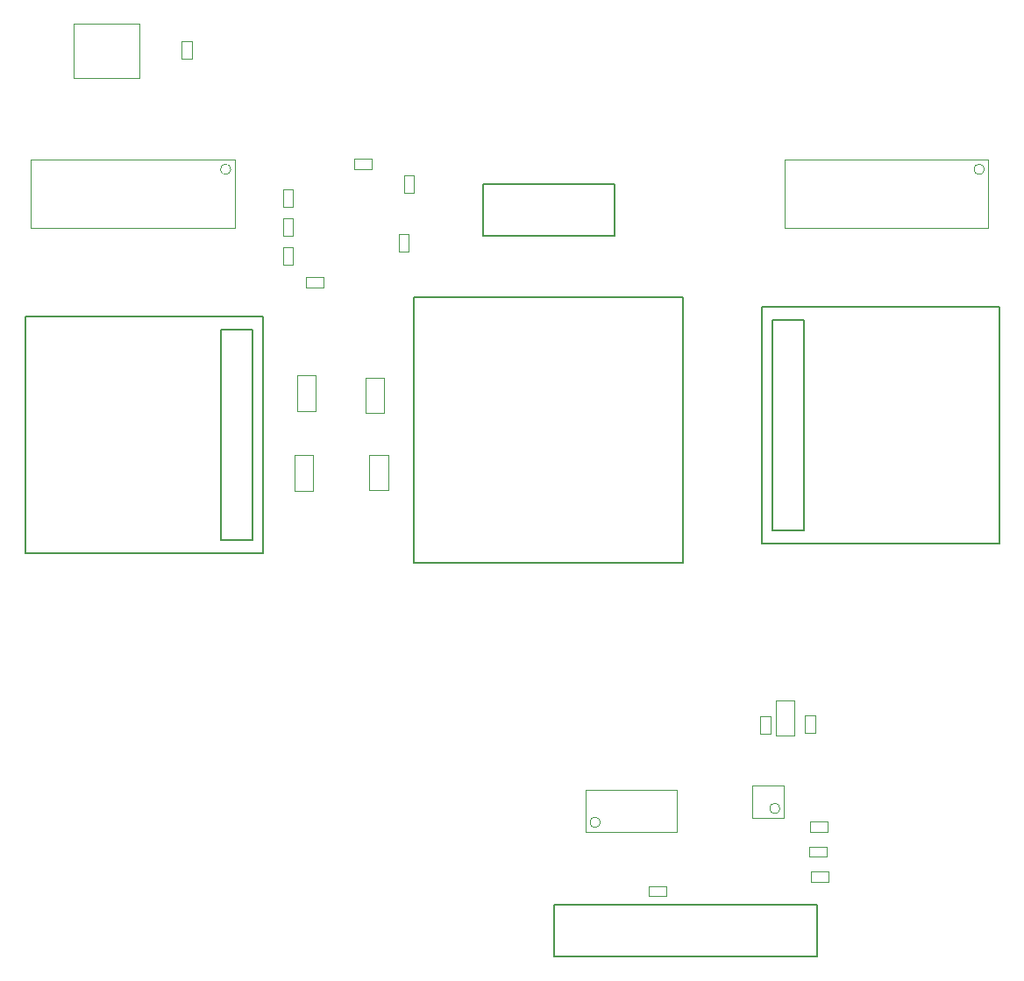
<source format=gbr>
%TF.GenerationSoftware,Altium Limited,Altium Designer,24.1.2 (44)*%
G04 Layer_Color=16711935*
%FSLAX45Y45*%
%MOMM*%
%TF.SameCoordinates,E01E6690-4C2E-4FB1-AE08-5A5A66155338*%
%TF.FilePolarity,Positive*%
%TF.FileFunction,Other,Mechanical_2*%
%TF.Part,Single*%
G01*
G75*
%TA.AperFunction,NonConductor*%
%ADD50C,0.10000*%
%ADD52C,0.20000*%
D50*
X12192700Y4634000D02*
G03*
X12192700Y4634000I-50000J0D01*
G01*
X10456900Y4500100D02*
G03*
X10456900Y4500100I-50000J0D01*
G01*
X14165700Y10806400D02*
G03*
X14165700Y10806400I-50000J0D01*
G01*
X6888600D02*
G03*
X6888600Y10806400I-50000J0D01*
G01*
X7611201Y9668002D02*
Y9762998D01*
X7781199Y9668002D02*
Y9762998D01*
X7611201D02*
X7781199D01*
X7611201Y9668002D02*
X7781199D01*
X7394702Y9884501D02*
X7489698D01*
X7394702Y10054499D02*
X7489698D01*
X7394702Y9884501D02*
Y10054499D01*
X7489698Y9884501D02*
Y10054499D01*
X7394702Y10162703D02*
X7489698D01*
X7394702Y10332700D02*
X7489698D01*
X7394702Y10162703D02*
Y10332700D01*
X7489698Y10162703D02*
Y10332700D01*
X7394702Y10613299D02*
X7489698D01*
X7394702Y10443301D02*
X7489698D01*
Y10613299D01*
X7394702Y10443301D02*
Y10613299D01*
X8563102Y10751800D02*
X8658098D01*
X8563102Y10581803D02*
X8658098D01*
Y10751800D01*
X8563102Y10581803D02*
Y10751800D01*
X8512302Y10011501D02*
X8607298D01*
X8512302Y10181499D02*
X8607298D01*
X8512302Y10011501D02*
Y10181499D01*
X8607298Y10011501D02*
Y10181499D01*
X11095899Y3787902D02*
Y3882898D01*
X10925901Y3787902D02*
Y3882898D01*
Y3787902D02*
X11095899D01*
X10925901Y3882898D02*
X11095899D01*
X12489200Y3927602D02*
Y4022598D01*
X12659203Y3927602D02*
Y4022598D01*
X12489200D02*
X12659203D01*
X12489200Y3927602D02*
X12659203D01*
X12436602Y5364500D02*
X12531598D01*
X12436602Y5534503D02*
X12531598D01*
X12436602Y5364500D02*
Y5534503D01*
X12531598Y5364500D02*
Y5534503D01*
X12004802Y5350601D02*
X12099798D01*
X12004802Y5520599D02*
X12099798D01*
X12004802Y5350601D02*
Y5520599D01*
X12099798Y5350601D02*
Y5520599D01*
X12232701Y4543999D02*
Y4854001D01*
X11922699Y4543999D02*
Y4854001D01*
Y4543999D02*
X12232701D01*
X11922699Y4854001D02*
X12232701D01*
X12656800Y4410202D02*
Y4505198D01*
X12486803Y4410202D02*
Y4505198D01*
Y4410202D02*
X12656800D01*
X12486803Y4505198D02*
X12656800D01*
X12645299Y4168902D02*
Y4263898D01*
X12475301Y4168902D02*
Y4263898D01*
Y4168902D02*
X12645299D01*
X12475301Y4263898D02*
X12645299D01*
X7684602Y7703998D02*
Y8044002D01*
X7504598Y7703998D02*
Y8044002D01*
X7684602D01*
X7504598Y7703998D02*
X7684602D01*
X8228503Y7708702D02*
Y8048701D01*
X8408502Y7708702D02*
Y8048701D01*
X8228503Y7708702D02*
X8408502D01*
X8228503Y8048701D02*
X8408502D01*
X11196899Y4410100D02*
Y4810100D01*
X10316901Y4410100D02*
Y4810100D01*
X11196899D01*
X10316901Y4410100D02*
X11196899D01*
X5374599Y12215698D02*
X6004601D01*
Y11685702D02*
Y12215698D01*
X5374599Y11685702D02*
Y12215698D01*
Y11685702D02*
X6004601D01*
X6416802Y11877203D02*
X6511798D01*
X6416802Y12047200D02*
X6511798D01*
X6416802Y11877203D02*
Y12047200D01*
X6511798Y11877203D02*
Y12047200D01*
X8252303Y10811002D02*
Y10905998D01*
X8082300Y10811002D02*
Y10905998D01*
Y10811002D02*
X8252303D01*
X8082300Y10905998D02*
X8252303D01*
X12152803Y5337099D02*
Y5677098D01*
X12332802Y5337099D02*
Y5677098D01*
X12152803Y5337099D02*
X12332802D01*
X12152803Y5677098D02*
X12332802D01*
X12235698Y10236398D02*
Y10896402D01*
X14205702Y10236398D02*
Y10896402D01*
X12235698Y10236398D02*
X14205702D01*
X12235698Y10896402D02*
X14205702D01*
X4958598Y10236398D02*
Y10896402D01*
X6928602Y10236398D02*
Y10896402D01*
X4958598Y10236398D02*
X6928602D01*
X4958598Y10896402D02*
X6928602D01*
X7710002Y8473999D02*
Y8813998D01*
X7529998Y8473999D02*
Y8813998D01*
X7710002D01*
X7529998Y8473999D02*
X7710002D01*
X8190403Y8453298D02*
Y8793302D01*
X8370402Y8453298D02*
Y8793302D01*
X8190403Y8453298D02*
X8370402D01*
X8190403Y8793302D02*
X8370402D01*
D52*
X8656000Y7003298D02*
X11259500D01*
X8656000D02*
Y9568698D01*
X11259500Y7003298D02*
Y9568698D01*
X8656000D02*
X11259500D01*
X10007600Y3202899D02*
X12547600D01*
X10007600Y3705901D02*
X12547600D01*
X10007600Y3202899D02*
Y3705901D01*
X12547600Y3202899D02*
Y3705901D01*
X4905797Y7097232D02*
Y9385300D01*
X7200900Y7097232D02*
Y9385300D01*
X4905797D02*
X7200900D01*
X4905797Y7097232D02*
X7200900D01*
X6794886Y7226300D02*
Y9258300D01*
X7098883D01*
X6794886Y7226300D02*
X7098883D01*
Y9258300D01*
X9321800Y10162499D02*
Y10665501D01*
X10591800D01*
X9321800Y10162499D02*
X10591800D01*
Y10665501D01*
X14309303Y7188200D02*
Y9476268D01*
X12014200Y7188200D02*
Y9476268D01*
Y7188200D02*
X14309303D01*
X12014200Y9476268D02*
X14309303D01*
X12420214Y7315200D02*
Y9347200D01*
X12116217Y7315200D02*
X12420214D01*
X12116217Y9347200D02*
X12420214D01*
X12116217Y7315200D02*
Y9347200D01*
%TF.MD5,9a1e88b9622f9a0abdc6a7995d5f927b*%
M02*

</source>
